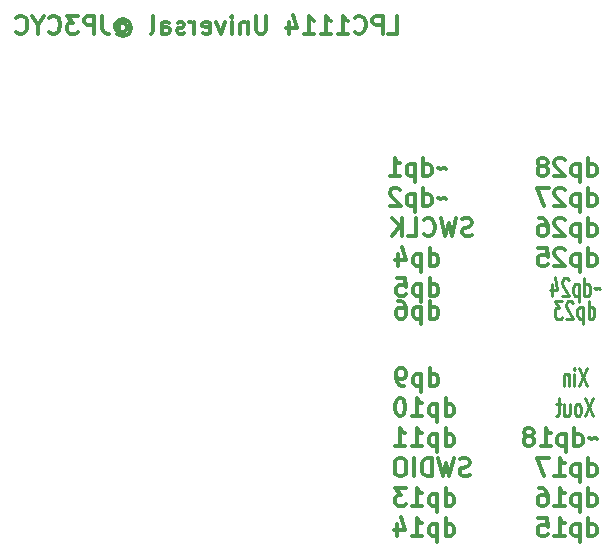
<source format=gbr>
G04 #@! TF.FileFunction,Legend,Bot*
%FSLAX46Y46*%
G04 Gerber Fmt 4.6, Leading zero omitted, Abs format (unit mm)*
G04 Created by KiCad (PCBNEW 4.0.6) date 07/25/17 01:14:20*
%MOMM*%
%LPD*%
G01*
G04 APERTURE LIST*
%ADD10C,0.100000*%
%ADD11C,0.300000*%
%ADD12C,0.250000*%
G04 APERTURE END LIST*
D10*
D11*
X142755714Y-90213571D02*
X142755714Y-88713571D01*
X142755714Y-90142143D02*
X142898571Y-90213571D01*
X143184285Y-90213571D01*
X143327143Y-90142143D01*
X143398571Y-90070714D01*
X143470000Y-89927857D01*
X143470000Y-89499286D01*
X143398571Y-89356429D01*
X143327143Y-89285000D01*
X143184285Y-89213571D01*
X142898571Y-89213571D01*
X142755714Y-89285000D01*
X142041428Y-89213571D02*
X142041428Y-90713571D01*
X142041428Y-89285000D02*
X141898571Y-89213571D01*
X141612857Y-89213571D01*
X141470000Y-89285000D01*
X141398571Y-89356429D01*
X141327142Y-89499286D01*
X141327142Y-89927857D01*
X141398571Y-90070714D01*
X141470000Y-90142143D01*
X141612857Y-90213571D01*
X141898571Y-90213571D01*
X142041428Y-90142143D01*
X140755714Y-88856429D02*
X140684285Y-88785000D01*
X140541428Y-88713571D01*
X140184285Y-88713571D01*
X140041428Y-88785000D01*
X139969999Y-88856429D01*
X139898571Y-88999286D01*
X139898571Y-89142143D01*
X139969999Y-89356429D01*
X140827142Y-90213571D01*
X139898571Y-90213571D01*
X139041428Y-89356429D02*
X139184286Y-89285000D01*
X139255714Y-89213571D01*
X139327143Y-89070714D01*
X139327143Y-88999286D01*
X139255714Y-88856429D01*
X139184286Y-88785000D01*
X139041428Y-88713571D01*
X138755714Y-88713571D01*
X138612857Y-88785000D01*
X138541428Y-88856429D01*
X138470000Y-88999286D01*
X138470000Y-89070714D01*
X138541428Y-89213571D01*
X138612857Y-89285000D01*
X138755714Y-89356429D01*
X139041428Y-89356429D01*
X139184286Y-89427857D01*
X139255714Y-89499286D01*
X139327143Y-89642143D01*
X139327143Y-89927857D01*
X139255714Y-90070714D01*
X139184286Y-90142143D01*
X139041428Y-90213571D01*
X138755714Y-90213571D01*
X138612857Y-90142143D01*
X138541428Y-90070714D01*
X138470000Y-89927857D01*
X138470000Y-89642143D01*
X138541428Y-89499286D01*
X138612857Y-89427857D01*
X138755714Y-89356429D01*
X142755714Y-92753571D02*
X142755714Y-91253571D01*
X142755714Y-92682143D02*
X142898571Y-92753571D01*
X143184285Y-92753571D01*
X143327143Y-92682143D01*
X143398571Y-92610714D01*
X143470000Y-92467857D01*
X143470000Y-92039286D01*
X143398571Y-91896429D01*
X143327143Y-91825000D01*
X143184285Y-91753571D01*
X142898571Y-91753571D01*
X142755714Y-91825000D01*
X142041428Y-91753571D02*
X142041428Y-93253571D01*
X142041428Y-91825000D02*
X141898571Y-91753571D01*
X141612857Y-91753571D01*
X141470000Y-91825000D01*
X141398571Y-91896429D01*
X141327142Y-92039286D01*
X141327142Y-92467857D01*
X141398571Y-92610714D01*
X141470000Y-92682143D01*
X141612857Y-92753571D01*
X141898571Y-92753571D01*
X142041428Y-92682143D01*
X140755714Y-91396429D02*
X140684285Y-91325000D01*
X140541428Y-91253571D01*
X140184285Y-91253571D01*
X140041428Y-91325000D01*
X139969999Y-91396429D01*
X139898571Y-91539286D01*
X139898571Y-91682143D01*
X139969999Y-91896429D01*
X140827142Y-92753571D01*
X139898571Y-92753571D01*
X139398571Y-91253571D02*
X138398571Y-91253571D01*
X139041428Y-92753571D01*
X142755714Y-95293571D02*
X142755714Y-93793571D01*
X142755714Y-95222143D02*
X142898571Y-95293571D01*
X143184285Y-95293571D01*
X143327143Y-95222143D01*
X143398571Y-95150714D01*
X143470000Y-95007857D01*
X143470000Y-94579286D01*
X143398571Y-94436429D01*
X143327143Y-94365000D01*
X143184285Y-94293571D01*
X142898571Y-94293571D01*
X142755714Y-94365000D01*
X142041428Y-94293571D02*
X142041428Y-95793571D01*
X142041428Y-94365000D02*
X141898571Y-94293571D01*
X141612857Y-94293571D01*
X141470000Y-94365000D01*
X141398571Y-94436429D01*
X141327142Y-94579286D01*
X141327142Y-95007857D01*
X141398571Y-95150714D01*
X141470000Y-95222143D01*
X141612857Y-95293571D01*
X141898571Y-95293571D01*
X142041428Y-95222143D01*
X140755714Y-93936429D02*
X140684285Y-93865000D01*
X140541428Y-93793571D01*
X140184285Y-93793571D01*
X140041428Y-93865000D01*
X139969999Y-93936429D01*
X139898571Y-94079286D01*
X139898571Y-94222143D01*
X139969999Y-94436429D01*
X140827142Y-95293571D01*
X139898571Y-95293571D01*
X138612857Y-93793571D02*
X138898571Y-93793571D01*
X139041428Y-93865000D01*
X139112857Y-93936429D01*
X139255714Y-94150714D01*
X139327143Y-94436429D01*
X139327143Y-95007857D01*
X139255714Y-95150714D01*
X139184286Y-95222143D01*
X139041428Y-95293571D01*
X138755714Y-95293571D01*
X138612857Y-95222143D01*
X138541428Y-95150714D01*
X138470000Y-95007857D01*
X138470000Y-94650714D01*
X138541428Y-94507857D01*
X138612857Y-94436429D01*
X138755714Y-94365000D01*
X139041428Y-94365000D01*
X139184286Y-94436429D01*
X139255714Y-94507857D01*
X139327143Y-94650714D01*
X142755714Y-97833571D02*
X142755714Y-96333571D01*
X142755714Y-97762143D02*
X142898571Y-97833571D01*
X143184285Y-97833571D01*
X143327143Y-97762143D01*
X143398571Y-97690714D01*
X143470000Y-97547857D01*
X143470000Y-97119286D01*
X143398571Y-96976429D01*
X143327143Y-96905000D01*
X143184285Y-96833571D01*
X142898571Y-96833571D01*
X142755714Y-96905000D01*
X142041428Y-96833571D02*
X142041428Y-98333571D01*
X142041428Y-96905000D02*
X141898571Y-96833571D01*
X141612857Y-96833571D01*
X141470000Y-96905000D01*
X141398571Y-96976429D01*
X141327142Y-97119286D01*
X141327142Y-97547857D01*
X141398571Y-97690714D01*
X141470000Y-97762143D01*
X141612857Y-97833571D01*
X141898571Y-97833571D01*
X142041428Y-97762143D01*
X140755714Y-96476429D02*
X140684285Y-96405000D01*
X140541428Y-96333571D01*
X140184285Y-96333571D01*
X140041428Y-96405000D01*
X139969999Y-96476429D01*
X139898571Y-96619286D01*
X139898571Y-96762143D01*
X139969999Y-96976429D01*
X140827142Y-97833571D01*
X139898571Y-97833571D01*
X138541428Y-96333571D02*
X139255714Y-96333571D01*
X139327143Y-97047857D01*
X139255714Y-96976429D01*
X139112857Y-96905000D01*
X138755714Y-96905000D01*
X138612857Y-96976429D01*
X138541428Y-97047857D01*
X138470000Y-97190714D01*
X138470000Y-97547857D01*
X138541428Y-97690714D01*
X138612857Y-97762143D01*
X138755714Y-97833571D01*
X139112857Y-97833571D01*
X139255714Y-97762143D01*
X139327143Y-97690714D01*
D12*
X143724048Y-99802143D02*
X143676429Y-99730714D01*
X143581191Y-99659286D01*
X143390715Y-99802143D01*
X143295476Y-99730714D01*
X143247857Y-99659286D01*
X142438333Y-100373571D02*
X142438333Y-98873571D01*
X142438333Y-100302143D02*
X142533571Y-100373571D01*
X142724048Y-100373571D01*
X142819286Y-100302143D01*
X142866905Y-100230714D01*
X142914524Y-100087857D01*
X142914524Y-99659286D01*
X142866905Y-99516429D01*
X142819286Y-99445000D01*
X142724048Y-99373571D01*
X142533571Y-99373571D01*
X142438333Y-99445000D01*
X141962143Y-99373571D02*
X141962143Y-100873571D01*
X141962143Y-99445000D02*
X141866905Y-99373571D01*
X141676428Y-99373571D01*
X141581190Y-99445000D01*
X141533571Y-99516429D01*
X141485952Y-99659286D01*
X141485952Y-100087857D01*
X141533571Y-100230714D01*
X141581190Y-100302143D01*
X141676428Y-100373571D01*
X141866905Y-100373571D01*
X141962143Y-100302143D01*
X141105000Y-99016429D02*
X141057381Y-98945000D01*
X140962143Y-98873571D01*
X140724047Y-98873571D01*
X140628809Y-98945000D01*
X140581190Y-99016429D01*
X140533571Y-99159286D01*
X140533571Y-99302143D01*
X140581190Y-99516429D01*
X141152619Y-100373571D01*
X140533571Y-100373571D01*
X139676428Y-99373571D02*
X139676428Y-100373571D01*
X139914524Y-98802143D02*
X140152619Y-99873571D01*
X139533571Y-99873571D01*
X142795476Y-102278571D02*
X142795476Y-100778571D01*
X142795476Y-102207143D02*
X142890714Y-102278571D01*
X143081191Y-102278571D01*
X143176429Y-102207143D01*
X143224048Y-102135714D01*
X143271667Y-101992857D01*
X143271667Y-101564286D01*
X143224048Y-101421429D01*
X143176429Y-101350000D01*
X143081191Y-101278571D01*
X142890714Y-101278571D01*
X142795476Y-101350000D01*
X142319286Y-101278571D02*
X142319286Y-102778571D01*
X142319286Y-101350000D02*
X142224048Y-101278571D01*
X142033571Y-101278571D01*
X141938333Y-101350000D01*
X141890714Y-101421429D01*
X141843095Y-101564286D01*
X141843095Y-101992857D01*
X141890714Y-102135714D01*
X141938333Y-102207143D01*
X142033571Y-102278571D01*
X142224048Y-102278571D01*
X142319286Y-102207143D01*
X141462143Y-100921429D02*
X141414524Y-100850000D01*
X141319286Y-100778571D01*
X141081190Y-100778571D01*
X140985952Y-100850000D01*
X140938333Y-100921429D01*
X140890714Y-101064286D01*
X140890714Y-101207143D01*
X140938333Y-101421429D01*
X141509762Y-102278571D01*
X140890714Y-102278571D01*
X140557381Y-100778571D02*
X139938333Y-100778571D01*
X140271667Y-101350000D01*
X140128809Y-101350000D01*
X140033571Y-101421429D01*
X139985952Y-101492857D01*
X139938333Y-101635714D01*
X139938333Y-101992857D01*
X139985952Y-102135714D01*
X140033571Y-102207143D01*
X140128809Y-102278571D01*
X140414524Y-102278571D01*
X140509762Y-102207143D01*
X140557381Y-102135714D01*
X142628809Y-106493571D02*
X141962142Y-107993571D01*
X141962142Y-106493571D02*
X142628809Y-107993571D01*
X141581190Y-107993571D02*
X141581190Y-106993571D01*
X141581190Y-106493571D02*
X141628809Y-106565000D01*
X141581190Y-106636429D01*
X141533571Y-106565000D01*
X141581190Y-106493571D01*
X141581190Y-106636429D01*
X141105000Y-106993571D02*
X141105000Y-107993571D01*
X141105000Y-107136429D02*
X141057381Y-107065000D01*
X140962143Y-106993571D01*
X140819285Y-106993571D01*
X140724047Y-107065000D01*
X140676428Y-107207857D01*
X140676428Y-107993571D01*
X143128810Y-109033571D02*
X142462143Y-110533571D01*
X142462143Y-109033571D02*
X143128810Y-110533571D01*
X141938334Y-110533571D02*
X142033572Y-110462143D01*
X142081191Y-110390714D01*
X142128810Y-110247857D01*
X142128810Y-109819286D01*
X142081191Y-109676429D01*
X142033572Y-109605000D01*
X141938334Y-109533571D01*
X141795476Y-109533571D01*
X141700238Y-109605000D01*
X141652619Y-109676429D01*
X141605000Y-109819286D01*
X141605000Y-110247857D01*
X141652619Y-110390714D01*
X141700238Y-110462143D01*
X141795476Y-110533571D01*
X141938334Y-110533571D01*
X140747857Y-109533571D02*
X140747857Y-110533571D01*
X141176429Y-109533571D02*
X141176429Y-110319286D01*
X141128810Y-110462143D01*
X141033572Y-110533571D01*
X140890714Y-110533571D01*
X140795476Y-110462143D01*
X140747857Y-110390714D01*
X140414524Y-109533571D02*
X140033572Y-109533571D01*
X140271667Y-109033571D02*
X140271667Y-110319286D01*
X140224048Y-110462143D01*
X140128810Y-110533571D01*
X140033572Y-110533571D01*
D11*
X143513571Y-112502143D02*
X143442142Y-112430714D01*
X143299285Y-112359286D01*
X143013571Y-112502143D01*
X142870714Y-112430714D01*
X142799285Y-112359286D01*
X141584999Y-113073571D02*
X141584999Y-111573571D01*
X141584999Y-113002143D02*
X141727856Y-113073571D01*
X142013570Y-113073571D01*
X142156428Y-113002143D01*
X142227856Y-112930714D01*
X142299285Y-112787857D01*
X142299285Y-112359286D01*
X142227856Y-112216429D01*
X142156428Y-112145000D01*
X142013570Y-112073571D01*
X141727856Y-112073571D01*
X141584999Y-112145000D01*
X140870713Y-112073571D02*
X140870713Y-113573571D01*
X140870713Y-112145000D02*
X140727856Y-112073571D01*
X140442142Y-112073571D01*
X140299285Y-112145000D01*
X140227856Y-112216429D01*
X140156427Y-112359286D01*
X140156427Y-112787857D01*
X140227856Y-112930714D01*
X140299285Y-113002143D01*
X140442142Y-113073571D01*
X140727856Y-113073571D01*
X140870713Y-113002143D01*
X138727856Y-113073571D02*
X139584999Y-113073571D01*
X139156427Y-113073571D02*
X139156427Y-111573571D01*
X139299284Y-111787857D01*
X139442142Y-111930714D01*
X139584999Y-112002143D01*
X137870713Y-112216429D02*
X138013571Y-112145000D01*
X138084999Y-112073571D01*
X138156428Y-111930714D01*
X138156428Y-111859286D01*
X138084999Y-111716429D01*
X138013571Y-111645000D01*
X137870713Y-111573571D01*
X137584999Y-111573571D01*
X137442142Y-111645000D01*
X137370713Y-111716429D01*
X137299285Y-111859286D01*
X137299285Y-111930714D01*
X137370713Y-112073571D01*
X137442142Y-112145000D01*
X137584999Y-112216429D01*
X137870713Y-112216429D01*
X138013571Y-112287857D01*
X138084999Y-112359286D01*
X138156428Y-112502143D01*
X138156428Y-112787857D01*
X138084999Y-112930714D01*
X138013571Y-113002143D01*
X137870713Y-113073571D01*
X137584999Y-113073571D01*
X137442142Y-113002143D01*
X137370713Y-112930714D01*
X137299285Y-112787857D01*
X137299285Y-112502143D01*
X137370713Y-112359286D01*
X137442142Y-112287857D01*
X137584999Y-112216429D01*
X142755714Y-115613571D02*
X142755714Y-114113571D01*
X142755714Y-115542143D02*
X142898571Y-115613571D01*
X143184285Y-115613571D01*
X143327143Y-115542143D01*
X143398571Y-115470714D01*
X143470000Y-115327857D01*
X143470000Y-114899286D01*
X143398571Y-114756429D01*
X143327143Y-114685000D01*
X143184285Y-114613571D01*
X142898571Y-114613571D01*
X142755714Y-114685000D01*
X142041428Y-114613571D02*
X142041428Y-116113571D01*
X142041428Y-114685000D02*
X141898571Y-114613571D01*
X141612857Y-114613571D01*
X141470000Y-114685000D01*
X141398571Y-114756429D01*
X141327142Y-114899286D01*
X141327142Y-115327857D01*
X141398571Y-115470714D01*
X141470000Y-115542143D01*
X141612857Y-115613571D01*
X141898571Y-115613571D01*
X142041428Y-115542143D01*
X139898571Y-115613571D02*
X140755714Y-115613571D01*
X140327142Y-115613571D02*
X140327142Y-114113571D01*
X140469999Y-114327857D01*
X140612857Y-114470714D01*
X140755714Y-114542143D01*
X139398571Y-114113571D02*
X138398571Y-114113571D01*
X139041428Y-115613571D01*
X142755714Y-118153571D02*
X142755714Y-116653571D01*
X142755714Y-118082143D02*
X142898571Y-118153571D01*
X143184285Y-118153571D01*
X143327143Y-118082143D01*
X143398571Y-118010714D01*
X143470000Y-117867857D01*
X143470000Y-117439286D01*
X143398571Y-117296429D01*
X143327143Y-117225000D01*
X143184285Y-117153571D01*
X142898571Y-117153571D01*
X142755714Y-117225000D01*
X142041428Y-117153571D02*
X142041428Y-118653571D01*
X142041428Y-117225000D02*
X141898571Y-117153571D01*
X141612857Y-117153571D01*
X141470000Y-117225000D01*
X141398571Y-117296429D01*
X141327142Y-117439286D01*
X141327142Y-117867857D01*
X141398571Y-118010714D01*
X141470000Y-118082143D01*
X141612857Y-118153571D01*
X141898571Y-118153571D01*
X142041428Y-118082143D01*
X139898571Y-118153571D02*
X140755714Y-118153571D01*
X140327142Y-118153571D02*
X140327142Y-116653571D01*
X140469999Y-116867857D01*
X140612857Y-117010714D01*
X140755714Y-117082143D01*
X138612857Y-116653571D02*
X138898571Y-116653571D01*
X139041428Y-116725000D01*
X139112857Y-116796429D01*
X139255714Y-117010714D01*
X139327143Y-117296429D01*
X139327143Y-117867857D01*
X139255714Y-118010714D01*
X139184286Y-118082143D01*
X139041428Y-118153571D01*
X138755714Y-118153571D01*
X138612857Y-118082143D01*
X138541428Y-118010714D01*
X138470000Y-117867857D01*
X138470000Y-117510714D01*
X138541428Y-117367857D01*
X138612857Y-117296429D01*
X138755714Y-117225000D01*
X139041428Y-117225000D01*
X139184286Y-117296429D01*
X139255714Y-117367857D01*
X139327143Y-117510714D01*
X142755714Y-120693571D02*
X142755714Y-119193571D01*
X142755714Y-120622143D02*
X142898571Y-120693571D01*
X143184285Y-120693571D01*
X143327143Y-120622143D01*
X143398571Y-120550714D01*
X143470000Y-120407857D01*
X143470000Y-119979286D01*
X143398571Y-119836429D01*
X143327143Y-119765000D01*
X143184285Y-119693571D01*
X142898571Y-119693571D01*
X142755714Y-119765000D01*
X142041428Y-119693571D02*
X142041428Y-121193571D01*
X142041428Y-119765000D02*
X141898571Y-119693571D01*
X141612857Y-119693571D01*
X141470000Y-119765000D01*
X141398571Y-119836429D01*
X141327142Y-119979286D01*
X141327142Y-120407857D01*
X141398571Y-120550714D01*
X141470000Y-120622143D01*
X141612857Y-120693571D01*
X141898571Y-120693571D01*
X142041428Y-120622143D01*
X139898571Y-120693571D02*
X140755714Y-120693571D01*
X140327142Y-120693571D02*
X140327142Y-119193571D01*
X140469999Y-119407857D01*
X140612857Y-119550714D01*
X140755714Y-119622143D01*
X138541428Y-119193571D02*
X139255714Y-119193571D01*
X139327143Y-119907857D01*
X139255714Y-119836429D01*
X139112857Y-119765000D01*
X138755714Y-119765000D01*
X138612857Y-119836429D01*
X138541428Y-119907857D01*
X138470000Y-120050714D01*
X138470000Y-120407857D01*
X138541428Y-120550714D01*
X138612857Y-120622143D01*
X138755714Y-120693571D01*
X139112857Y-120693571D01*
X139255714Y-120622143D01*
X139327143Y-120550714D01*
X130690714Y-120693571D02*
X130690714Y-119193571D01*
X130690714Y-120622143D02*
X130833571Y-120693571D01*
X131119285Y-120693571D01*
X131262143Y-120622143D01*
X131333571Y-120550714D01*
X131405000Y-120407857D01*
X131405000Y-119979286D01*
X131333571Y-119836429D01*
X131262143Y-119765000D01*
X131119285Y-119693571D01*
X130833571Y-119693571D01*
X130690714Y-119765000D01*
X129976428Y-119693571D02*
X129976428Y-121193571D01*
X129976428Y-119765000D02*
X129833571Y-119693571D01*
X129547857Y-119693571D01*
X129405000Y-119765000D01*
X129333571Y-119836429D01*
X129262142Y-119979286D01*
X129262142Y-120407857D01*
X129333571Y-120550714D01*
X129405000Y-120622143D01*
X129547857Y-120693571D01*
X129833571Y-120693571D01*
X129976428Y-120622143D01*
X127833571Y-120693571D02*
X128690714Y-120693571D01*
X128262142Y-120693571D02*
X128262142Y-119193571D01*
X128404999Y-119407857D01*
X128547857Y-119550714D01*
X128690714Y-119622143D01*
X126547857Y-119693571D02*
X126547857Y-120693571D01*
X126905000Y-119122143D02*
X127262143Y-120193571D01*
X126333571Y-120193571D01*
X130690714Y-118153571D02*
X130690714Y-116653571D01*
X130690714Y-118082143D02*
X130833571Y-118153571D01*
X131119285Y-118153571D01*
X131262143Y-118082143D01*
X131333571Y-118010714D01*
X131405000Y-117867857D01*
X131405000Y-117439286D01*
X131333571Y-117296429D01*
X131262143Y-117225000D01*
X131119285Y-117153571D01*
X130833571Y-117153571D01*
X130690714Y-117225000D01*
X129976428Y-117153571D02*
X129976428Y-118653571D01*
X129976428Y-117225000D02*
X129833571Y-117153571D01*
X129547857Y-117153571D01*
X129405000Y-117225000D01*
X129333571Y-117296429D01*
X129262142Y-117439286D01*
X129262142Y-117867857D01*
X129333571Y-118010714D01*
X129405000Y-118082143D01*
X129547857Y-118153571D01*
X129833571Y-118153571D01*
X129976428Y-118082143D01*
X127833571Y-118153571D02*
X128690714Y-118153571D01*
X128262142Y-118153571D02*
X128262142Y-116653571D01*
X128404999Y-116867857D01*
X128547857Y-117010714D01*
X128690714Y-117082143D01*
X127333571Y-116653571D02*
X126405000Y-116653571D01*
X126905000Y-117225000D01*
X126690714Y-117225000D01*
X126547857Y-117296429D01*
X126476428Y-117367857D01*
X126405000Y-117510714D01*
X126405000Y-117867857D01*
X126476428Y-118010714D01*
X126547857Y-118082143D01*
X126690714Y-118153571D01*
X127119286Y-118153571D01*
X127262143Y-118082143D01*
X127333571Y-118010714D01*
X132718572Y-115542143D02*
X132504286Y-115613571D01*
X132147143Y-115613571D01*
X132004286Y-115542143D01*
X131932857Y-115470714D01*
X131861429Y-115327857D01*
X131861429Y-115185000D01*
X131932857Y-115042143D01*
X132004286Y-114970714D01*
X132147143Y-114899286D01*
X132432857Y-114827857D01*
X132575715Y-114756429D01*
X132647143Y-114685000D01*
X132718572Y-114542143D01*
X132718572Y-114399286D01*
X132647143Y-114256429D01*
X132575715Y-114185000D01*
X132432857Y-114113571D01*
X132075715Y-114113571D01*
X131861429Y-114185000D01*
X131361429Y-114113571D02*
X131004286Y-115613571D01*
X130718572Y-114542143D01*
X130432858Y-115613571D01*
X130075715Y-114113571D01*
X129504286Y-115613571D02*
X129504286Y-114113571D01*
X129147143Y-114113571D01*
X128932858Y-114185000D01*
X128790000Y-114327857D01*
X128718572Y-114470714D01*
X128647143Y-114756429D01*
X128647143Y-114970714D01*
X128718572Y-115256429D01*
X128790000Y-115399286D01*
X128932858Y-115542143D01*
X129147143Y-115613571D01*
X129504286Y-115613571D01*
X128004286Y-115613571D02*
X128004286Y-114113571D01*
X127004286Y-114113571D02*
X126718572Y-114113571D01*
X126575714Y-114185000D01*
X126432857Y-114327857D01*
X126361429Y-114613571D01*
X126361429Y-115113571D01*
X126432857Y-115399286D01*
X126575714Y-115542143D01*
X126718572Y-115613571D01*
X127004286Y-115613571D01*
X127147143Y-115542143D01*
X127290000Y-115399286D01*
X127361429Y-115113571D01*
X127361429Y-114613571D01*
X127290000Y-114327857D01*
X127147143Y-114185000D01*
X127004286Y-114113571D01*
X130690714Y-113073571D02*
X130690714Y-111573571D01*
X130690714Y-113002143D02*
X130833571Y-113073571D01*
X131119285Y-113073571D01*
X131262143Y-113002143D01*
X131333571Y-112930714D01*
X131405000Y-112787857D01*
X131405000Y-112359286D01*
X131333571Y-112216429D01*
X131262143Y-112145000D01*
X131119285Y-112073571D01*
X130833571Y-112073571D01*
X130690714Y-112145000D01*
X129976428Y-112073571D02*
X129976428Y-113573571D01*
X129976428Y-112145000D02*
X129833571Y-112073571D01*
X129547857Y-112073571D01*
X129405000Y-112145000D01*
X129333571Y-112216429D01*
X129262142Y-112359286D01*
X129262142Y-112787857D01*
X129333571Y-112930714D01*
X129405000Y-113002143D01*
X129547857Y-113073571D01*
X129833571Y-113073571D01*
X129976428Y-113002143D01*
X127833571Y-113073571D02*
X128690714Y-113073571D01*
X128262142Y-113073571D02*
X128262142Y-111573571D01*
X128404999Y-111787857D01*
X128547857Y-111930714D01*
X128690714Y-112002143D01*
X126405000Y-113073571D02*
X127262143Y-113073571D01*
X126833571Y-113073571D02*
X126833571Y-111573571D01*
X126976428Y-111787857D01*
X127119286Y-111930714D01*
X127262143Y-112002143D01*
X130690714Y-110533571D02*
X130690714Y-109033571D01*
X130690714Y-110462143D02*
X130833571Y-110533571D01*
X131119285Y-110533571D01*
X131262143Y-110462143D01*
X131333571Y-110390714D01*
X131405000Y-110247857D01*
X131405000Y-109819286D01*
X131333571Y-109676429D01*
X131262143Y-109605000D01*
X131119285Y-109533571D01*
X130833571Y-109533571D01*
X130690714Y-109605000D01*
X129976428Y-109533571D02*
X129976428Y-111033571D01*
X129976428Y-109605000D02*
X129833571Y-109533571D01*
X129547857Y-109533571D01*
X129405000Y-109605000D01*
X129333571Y-109676429D01*
X129262142Y-109819286D01*
X129262142Y-110247857D01*
X129333571Y-110390714D01*
X129405000Y-110462143D01*
X129547857Y-110533571D01*
X129833571Y-110533571D01*
X129976428Y-110462143D01*
X127833571Y-110533571D02*
X128690714Y-110533571D01*
X128262142Y-110533571D02*
X128262142Y-109033571D01*
X128404999Y-109247857D01*
X128547857Y-109390714D01*
X128690714Y-109462143D01*
X126905000Y-109033571D02*
X126762143Y-109033571D01*
X126619286Y-109105000D01*
X126547857Y-109176429D01*
X126476428Y-109319286D01*
X126405000Y-109605000D01*
X126405000Y-109962143D01*
X126476428Y-110247857D01*
X126547857Y-110390714D01*
X126619286Y-110462143D01*
X126762143Y-110533571D01*
X126905000Y-110533571D01*
X127047857Y-110462143D01*
X127119286Y-110390714D01*
X127190714Y-110247857D01*
X127262143Y-109962143D01*
X127262143Y-109605000D01*
X127190714Y-109319286D01*
X127119286Y-109176429D01*
X127047857Y-109105000D01*
X126905000Y-109033571D01*
X129341428Y-107993571D02*
X129341428Y-106493571D01*
X129341428Y-107922143D02*
X129484285Y-107993571D01*
X129769999Y-107993571D01*
X129912857Y-107922143D01*
X129984285Y-107850714D01*
X130055714Y-107707857D01*
X130055714Y-107279286D01*
X129984285Y-107136429D01*
X129912857Y-107065000D01*
X129769999Y-106993571D01*
X129484285Y-106993571D01*
X129341428Y-107065000D01*
X128627142Y-106993571D02*
X128627142Y-108493571D01*
X128627142Y-107065000D02*
X128484285Y-106993571D01*
X128198571Y-106993571D01*
X128055714Y-107065000D01*
X127984285Y-107136429D01*
X127912856Y-107279286D01*
X127912856Y-107707857D01*
X127984285Y-107850714D01*
X128055714Y-107922143D01*
X128198571Y-107993571D01*
X128484285Y-107993571D01*
X128627142Y-107922143D01*
X127198571Y-107993571D02*
X126912856Y-107993571D01*
X126769999Y-107922143D01*
X126698571Y-107850714D01*
X126555713Y-107636429D01*
X126484285Y-107350714D01*
X126484285Y-106779286D01*
X126555713Y-106636429D01*
X126627142Y-106565000D01*
X126769999Y-106493571D01*
X127055713Y-106493571D01*
X127198571Y-106565000D01*
X127269999Y-106636429D01*
X127341428Y-106779286D01*
X127341428Y-107136429D01*
X127269999Y-107279286D01*
X127198571Y-107350714D01*
X127055713Y-107422143D01*
X126769999Y-107422143D01*
X126627142Y-107350714D01*
X126555713Y-107279286D01*
X126484285Y-107136429D01*
X129341428Y-102278571D02*
X129341428Y-100778571D01*
X129341428Y-102207143D02*
X129484285Y-102278571D01*
X129769999Y-102278571D01*
X129912857Y-102207143D01*
X129984285Y-102135714D01*
X130055714Y-101992857D01*
X130055714Y-101564286D01*
X129984285Y-101421429D01*
X129912857Y-101350000D01*
X129769999Y-101278571D01*
X129484285Y-101278571D01*
X129341428Y-101350000D01*
X128627142Y-101278571D02*
X128627142Y-102778571D01*
X128627142Y-101350000D02*
X128484285Y-101278571D01*
X128198571Y-101278571D01*
X128055714Y-101350000D01*
X127984285Y-101421429D01*
X127912856Y-101564286D01*
X127912856Y-101992857D01*
X127984285Y-102135714D01*
X128055714Y-102207143D01*
X128198571Y-102278571D01*
X128484285Y-102278571D01*
X128627142Y-102207143D01*
X126627142Y-100778571D02*
X126912856Y-100778571D01*
X127055713Y-100850000D01*
X127127142Y-100921429D01*
X127269999Y-101135714D01*
X127341428Y-101421429D01*
X127341428Y-101992857D01*
X127269999Y-102135714D01*
X127198571Y-102207143D01*
X127055713Y-102278571D01*
X126769999Y-102278571D01*
X126627142Y-102207143D01*
X126555713Y-102135714D01*
X126484285Y-101992857D01*
X126484285Y-101635714D01*
X126555713Y-101492857D01*
X126627142Y-101421429D01*
X126769999Y-101350000D01*
X127055713Y-101350000D01*
X127198571Y-101421429D01*
X127269999Y-101492857D01*
X127341428Y-101635714D01*
X129341428Y-100373571D02*
X129341428Y-98873571D01*
X129341428Y-100302143D02*
X129484285Y-100373571D01*
X129769999Y-100373571D01*
X129912857Y-100302143D01*
X129984285Y-100230714D01*
X130055714Y-100087857D01*
X130055714Y-99659286D01*
X129984285Y-99516429D01*
X129912857Y-99445000D01*
X129769999Y-99373571D01*
X129484285Y-99373571D01*
X129341428Y-99445000D01*
X128627142Y-99373571D02*
X128627142Y-100873571D01*
X128627142Y-99445000D02*
X128484285Y-99373571D01*
X128198571Y-99373571D01*
X128055714Y-99445000D01*
X127984285Y-99516429D01*
X127912856Y-99659286D01*
X127912856Y-100087857D01*
X127984285Y-100230714D01*
X128055714Y-100302143D01*
X128198571Y-100373571D01*
X128484285Y-100373571D01*
X128627142Y-100302143D01*
X126555713Y-98873571D02*
X127269999Y-98873571D01*
X127341428Y-99587857D01*
X127269999Y-99516429D01*
X127127142Y-99445000D01*
X126769999Y-99445000D01*
X126627142Y-99516429D01*
X126555713Y-99587857D01*
X126484285Y-99730714D01*
X126484285Y-100087857D01*
X126555713Y-100230714D01*
X126627142Y-100302143D01*
X126769999Y-100373571D01*
X127127142Y-100373571D01*
X127269999Y-100302143D01*
X127341428Y-100230714D01*
X129341428Y-97833571D02*
X129341428Y-96333571D01*
X129341428Y-97762143D02*
X129484285Y-97833571D01*
X129769999Y-97833571D01*
X129912857Y-97762143D01*
X129984285Y-97690714D01*
X130055714Y-97547857D01*
X130055714Y-97119286D01*
X129984285Y-96976429D01*
X129912857Y-96905000D01*
X129769999Y-96833571D01*
X129484285Y-96833571D01*
X129341428Y-96905000D01*
X128627142Y-96833571D02*
X128627142Y-98333571D01*
X128627142Y-96905000D02*
X128484285Y-96833571D01*
X128198571Y-96833571D01*
X128055714Y-96905000D01*
X127984285Y-96976429D01*
X127912856Y-97119286D01*
X127912856Y-97547857D01*
X127984285Y-97690714D01*
X128055714Y-97762143D01*
X128198571Y-97833571D01*
X128484285Y-97833571D01*
X128627142Y-97762143D01*
X126627142Y-96833571D02*
X126627142Y-97833571D01*
X126984285Y-96262143D02*
X127341428Y-97333571D01*
X126412856Y-97333571D01*
X132932857Y-95222143D02*
X132718571Y-95293571D01*
X132361428Y-95293571D01*
X132218571Y-95222143D01*
X132147142Y-95150714D01*
X132075714Y-95007857D01*
X132075714Y-94865000D01*
X132147142Y-94722143D01*
X132218571Y-94650714D01*
X132361428Y-94579286D01*
X132647142Y-94507857D01*
X132790000Y-94436429D01*
X132861428Y-94365000D01*
X132932857Y-94222143D01*
X132932857Y-94079286D01*
X132861428Y-93936429D01*
X132790000Y-93865000D01*
X132647142Y-93793571D01*
X132290000Y-93793571D01*
X132075714Y-93865000D01*
X131575714Y-93793571D02*
X131218571Y-95293571D01*
X130932857Y-94222143D01*
X130647143Y-95293571D01*
X130290000Y-93793571D01*
X128861428Y-95150714D02*
X128932857Y-95222143D01*
X129147143Y-95293571D01*
X129290000Y-95293571D01*
X129504285Y-95222143D01*
X129647143Y-95079286D01*
X129718571Y-94936429D01*
X129790000Y-94650714D01*
X129790000Y-94436429D01*
X129718571Y-94150714D01*
X129647143Y-94007857D01*
X129504285Y-93865000D01*
X129290000Y-93793571D01*
X129147143Y-93793571D01*
X128932857Y-93865000D01*
X128861428Y-93936429D01*
X127504285Y-95293571D02*
X128218571Y-95293571D01*
X128218571Y-93793571D01*
X127004285Y-95293571D02*
X127004285Y-93793571D01*
X126147142Y-95293571D02*
X126789999Y-94436429D01*
X126147142Y-93793571D02*
X127004285Y-94650714D01*
X130734286Y-92182143D02*
X130662857Y-92110714D01*
X130520000Y-92039286D01*
X130234286Y-92182143D01*
X130091429Y-92110714D01*
X130020000Y-92039286D01*
X128805714Y-92753571D02*
X128805714Y-91253571D01*
X128805714Y-92682143D02*
X128948571Y-92753571D01*
X129234285Y-92753571D01*
X129377143Y-92682143D01*
X129448571Y-92610714D01*
X129520000Y-92467857D01*
X129520000Y-92039286D01*
X129448571Y-91896429D01*
X129377143Y-91825000D01*
X129234285Y-91753571D01*
X128948571Y-91753571D01*
X128805714Y-91825000D01*
X128091428Y-91753571D02*
X128091428Y-93253571D01*
X128091428Y-91825000D02*
X127948571Y-91753571D01*
X127662857Y-91753571D01*
X127520000Y-91825000D01*
X127448571Y-91896429D01*
X127377142Y-92039286D01*
X127377142Y-92467857D01*
X127448571Y-92610714D01*
X127520000Y-92682143D01*
X127662857Y-92753571D01*
X127948571Y-92753571D01*
X128091428Y-92682143D01*
X126805714Y-91396429D02*
X126734285Y-91325000D01*
X126591428Y-91253571D01*
X126234285Y-91253571D01*
X126091428Y-91325000D01*
X126019999Y-91396429D01*
X125948571Y-91539286D01*
X125948571Y-91682143D01*
X126019999Y-91896429D01*
X126877142Y-92753571D01*
X125948571Y-92753571D01*
X130734286Y-89642143D02*
X130662857Y-89570714D01*
X130520000Y-89499286D01*
X130234286Y-89642143D01*
X130091429Y-89570714D01*
X130020000Y-89499286D01*
X128805714Y-90213571D02*
X128805714Y-88713571D01*
X128805714Y-90142143D02*
X128948571Y-90213571D01*
X129234285Y-90213571D01*
X129377143Y-90142143D01*
X129448571Y-90070714D01*
X129520000Y-89927857D01*
X129520000Y-89499286D01*
X129448571Y-89356429D01*
X129377143Y-89285000D01*
X129234285Y-89213571D01*
X128948571Y-89213571D01*
X128805714Y-89285000D01*
X128091428Y-89213571D02*
X128091428Y-90713571D01*
X128091428Y-89285000D02*
X127948571Y-89213571D01*
X127662857Y-89213571D01*
X127520000Y-89285000D01*
X127448571Y-89356429D01*
X127377142Y-89499286D01*
X127377142Y-89927857D01*
X127448571Y-90070714D01*
X127520000Y-90142143D01*
X127662857Y-90213571D01*
X127948571Y-90213571D01*
X128091428Y-90142143D01*
X125948571Y-90213571D02*
X126805714Y-90213571D01*
X126377142Y-90213571D02*
X126377142Y-88713571D01*
X126519999Y-88927857D01*
X126662857Y-89070714D01*
X126805714Y-89142143D01*
X125847141Y-78148571D02*
X126561427Y-78148571D01*
X126561427Y-76648571D01*
X125347141Y-78148571D02*
X125347141Y-76648571D01*
X124775713Y-76648571D01*
X124632855Y-76720000D01*
X124561427Y-76791429D01*
X124489998Y-76934286D01*
X124489998Y-77148571D01*
X124561427Y-77291429D01*
X124632855Y-77362857D01*
X124775713Y-77434286D01*
X125347141Y-77434286D01*
X122989998Y-78005714D02*
X123061427Y-78077143D01*
X123275713Y-78148571D01*
X123418570Y-78148571D01*
X123632855Y-78077143D01*
X123775713Y-77934286D01*
X123847141Y-77791429D01*
X123918570Y-77505714D01*
X123918570Y-77291429D01*
X123847141Y-77005714D01*
X123775713Y-76862857D01*
X123632855Y-76720000D01*
X123418570Y-76648571D01*
X123275713Y-76648571D01*
X123061427Y-76720000D01*
X122989998Y-76791429D01*
X121561427Y-78148571D02*
X122418570Y-78148571D01*
X121989998Y-78148571D02*
X121989998Y-76648571D01*
X122132855Y-76862857D01*
X122275713Y-77005714D01*
X122418570Y-77077143D01*
X120132856Y-78148571D02*
X120989999Y-78148571D01*
X120561427Y-78148571D02*
X120561427Y-76648571D01*
X120704284Y-76862857D01*
X120847142Y-77005714D01*
X120989999Y-77077143D01*
X118704285Y-78148571D02*
X119561428Y-78148571D01*
X119132856Y-78148571D02*
X119132856Y-76648571D01*
X119275713Y-76862857D01*
X119418571Y-77005714D01*
X119561428Y-77077143D01*
X117418571Y-77148571D02*
X117418571Y-78148571D01*
X117775714Y-76577143D02*
X118132857Y-77648571D01*
X117204285Y-77648571D01*
X115490000Y-76648571D02*
X115490000Y-77862857D01*
X115418572Y-78005714D01*
X115347143Y-78077143D01*
X115204286Y-78148571D01*
X114918572Y-78148571D01*
X114775714Y-78077143D01*
X114704286Y-78005714D01*
X114632857Y-77862857D01*
X114632857Y-76648571D01*
X113918571Y-77148571D02*
X113918571Y-78148571D01*
X113918571Y-77291429D02*
X113847143Y-77220000D01*
X113704285Y-77148571D01*
X113490000Y-77148571D01*
X113347143Y-77220000D01*
X113275714Y-77362857D01*
X113275714Y-78148571D01*
X112561428Y-78148571D02*
X112561428Y-77148571D01*
X112561428Y-76648571D02*
X112632857Y-76720000D01*
X112561428Y-76791429D01*
X112490000Y-76720000D01*
X112561428Y-76648571D01*
X112561428Y-76791429D01*
X111989999Y-77148571D02*
X111632856Y-78148571D01*
X111275714Y-77148571D01*
X110132857Y-78077143D02*
X110275714Y-78148571D01*
X110561428Y-78148571D01*
X110704285Y-78077143D01*
X110775714Y-77934286D01*
X110775714Y-77362857D01*
X110704285Y-77220000D01*
X110561428Y-77148571D01*
X110275714Y-77148571D01*
X110132857Y-77220000D01*
X110061428Y-77362857D01*
X110061428Y-77505714D01*
X110775714Y-77648571D01*
X109418571Y-78148571D02*
X109418571Y-77148571D01*
X109418571Y-77434286D02*
X109347143Y-77291429D01*
X109275714Y-77220000D01*
X109132857Y-77148571D01*
X108990000Y-77148571D01*
X108561429Y-78077143D02*
X108418572Y-78148571D01*
X108132857Y-78148571D01*
X107990000Y-78077143D01*
X107918572Y-77934286D01*
X107918572Y-77862857D01*
X107990000Y-77720000D01*
X108132857Y-77648571D01*
X108347143Y-77648571D01*
X108490000Y-77577143D01*
X108561429Y-77434286D01*
X108561429Y-77362857D01*
X108490000Y-77220000D01*
X108347143Y-77148571D01*
X108132857Y-77148571D01*
X107990000Y-77220000D01*
X106632857Y-78148571D02*
X106632857Y-77362857D01*
X106704286Y-77220000D01*
X106847143Y-77148571D01*
X107132857Y-77148571D01*
X107275714Y-77220000D01*
X106632857Y-78077143D02*
X106775714Y-78148571D01*
X107132857Y-78148571D01*
X107275714Y-78077143D01*
X107347143Y-77934286D01*
X107347143Y-77791429D01*
X107275714Y-77648571D01*
X107132857Y-77577143D01*
X106775714Y-77577143D01*
X106632857Y-77505714D01*
X105704285Y-78148571D02*
X105847143Y-78077143D01*
X105918571Y-77934286D01*
X105918571Y-76648571D01*
X103061429Y-77434286D02*
X103132857Y-77362857D01*
X103275714Y-77291429D01*
X103418572Y-77291429D01*
X103561429Y-77362857D01*
X103632857Y-77434286D01*
X103704286Y-77577143D01*
X103704286Y-77720000D01*
X103632857Y-77862857D01*
X103561429Y-77934286D01*
X103418572Y-78005714D01*
X103275714Y-78005714D01*
X103132857Y-77934286D01*
X103061429Y-77862857D01*
X103061429Y-77291429D02*
X103061429Y-77862857D01*
X102990000Y-77934286D01*
X102918572Y-77934286D01*
X102775714Y-77862857D01*
X102704286Y-77720000D01*
X102704286Y-77362857D01*
X102847143Y-77148571D01*
X103061429Y-77005714D01*
X103347143Y-76934286D01*
X103632857Y-77005714D01*
X103847143Y-77148571D01*
X103990000Y-77362857D01*
X104061429Y-77648571D01*
X103990000Y-77934286D01*
X103847143Y-78148571D01*
X103632857Y-78291429D01*
X103347143Y-78362857D01*
X103061429Y-78291429D01*
X102847143Y-78148571D01*
X101632858Y-76648571D02*
X101632858Y-77720000D01*
X101704286Y-77934286D01*
X101847143Y-78077143D01*
X102061429Y-78148571D01*
X102204286Y-78148571D01*
X100918572Y-78148571D02*
X100918572Y-76648571D01*
X100347144Y-76648571D01*
X100204286Y-76720000D01*
X100132858Y-76791429D01*
X100061429Y-76934286D01*
X100061429Y-77148571D01*
X100132858Y-77291429D01*
X100204286Y-77362857D01*
X100347144Y-77434286D01*
X100918572Y-77434286D01*
X99561429Y-76648571D02*
X98632858Y-76648571D01*
X99132858Y-77220000D01*
X98918572Y-77220000D01*
X98775715Y-77291429D01*
X98704286Y-77362857D01*
X98632858Y-77505714D01*
X98632858Y-77862857D01*
X98704286Y-78005714D01*
X98775715Y-78077143D01*
X98918572Y-78148571D01*
X99347144Y-78148571D01*
X99490001Y-78077143D01*
X99561429Y-78005714D01*
X97132858Y-78005714D02*
X97204287Y-78077143D01*
X97418573Y-78148571D01*
X97561430Y-78148571D01*
X97775715Y-78077143D01*
X97918573Y-77934286D01*
X97990001Y-77791429D01*
X98061430Y-77505714D01*
X98061430Y-77291429D01*
X97990001Y-77005714D01*
X97918573Y-76862857D01*
X97775715Y-76720000D01*
X97561430Y-76648571D01*
X97418573Y-76648571D01*
X97204287Y-76720000D01*
X97132858Y-76791429D01*
X96204287Y-77434286D02*
X96204287Y-78148571D01*
X96704287Y-76648571D02*
X96204287Y-77434286D01*
X95704287Y-76648571D01*
X94347144Y-78005714D02*
X94418573Y-78077143D01*
X94632859Y-78148571D01*
X94775716Y-78148571D01*
X94990001Y-78077143D01*
X95132859Y-77934286D01*
X95204287Y-77791429D01*
X95275716Y-77505714D01*
X95275716Y-77291429D01*
X95204287Y-77005714D01*
X95132859Y-76862857D01*
X94990001Y-76720000D01*
X94775716Y-76648571D01*
X94632859Y-76648571D01*
X94418573Y-76720000D01*
X94347144Y-76791429D01*
M02*

</source>
